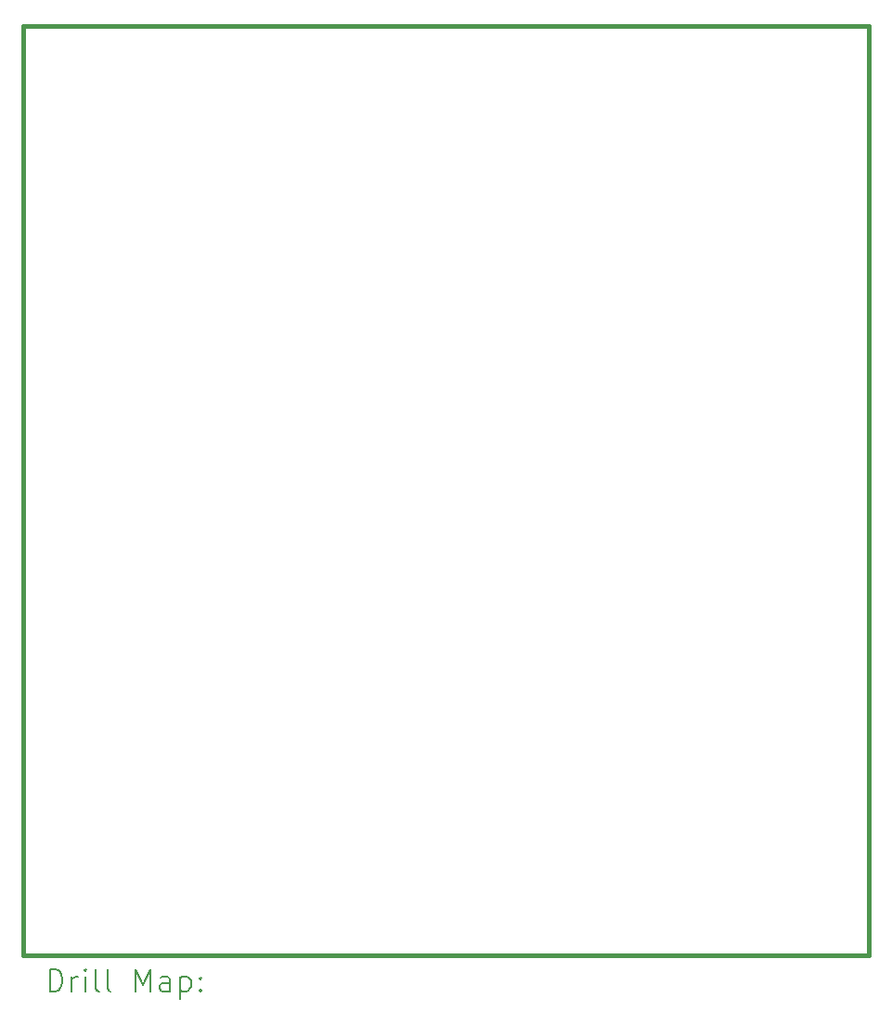
<source format=gbr>
%TF.GenerationSoftware,KiCad,Pcbnew,9.0.0*%
%TF.CreationDate,2025-04-11T21:54:36+02:00*%
%TF.ProjectId,eConBadge,65436f6e-4261-4646-9765-2e6b69636164,rev?*%
%TF.SameCoordinates,Original*%
%TF.FileFunction,Drillmap*%
%TF.FilePolarity,Positive*%
%FSLAX45Y45*%
G04 Gerber Fmt 4.5, Leading zero omitted, Abs format (unit mm)*
G04 Created by KiCad (PCBNEW 9.0.0) date 2025-04-11 21:54:36*
%MOMM*%
%LPD*%
G01*
G04 APERTURE LIST*
%ADD10C,0.400000*%
%ADD11C,0.200000*%
G04 APERTURE END LIST*
D10*
X12140000Y-1460000D02*
X19850000Y-1460000D01*
X19850000Y-9930000D01*
X12140000Y-9930000D01*
X12140000Y-1460000D01*
D11*
X12380777Y-10261484D02*
X12380777Y-10061484D01*
X12380777Y-10061484D02*
X12428396Y-10061484D01*
X12428396Y-10061484D02*
X12456967Y-10071008D01*
X12456967Y-10071008D02*
X12476015Y-10090055D01*
X12476015Y-10090055D02*
X12485539Y-10109103D01*
X12485539Y-10109103D02*
X12495062Y-10147198D01*
X12495062Y-10147198D02*
X12495062Y-10175770D01*
X12495062Y-10175770D02*
X12485539Y-10213865D01*
X12485539Y-10213865D02*
X12476015Y-10232912D01*
X12476015Y-10232912D02*
X12456967Y-10251960D01*
X12456967Y-10251960D02*
X12428396Y-10261484D01*
X12428396Y-10261484D02*
X12380777Y-10261484D01*
X12580777Y-10261484D02*
X12580777Y-10128150D01*
X12580777Y-10166246D02*
X12590301Y-10147198D01*
X12590301Y-10147198D02*
X12599824Y-10137674D01*
X12599824Y-10137674D02*
X12618872Y-10128150D01*
X12618872Y-10128150D02*
X12637920Y-10128150D01*
X12704586Y-10261484D02*
X12704586Y-10128150D01*
X12704586Y-10061484D02*
X12695062Y-10071008D01*
X12695062Y-10071008D02*
X12704586Y-10080531D01*
X12704586Y-10080531D02*
X12714110Y-10071008D01*
X12714110Y-10071008D02*
X12704586Y-10061484D01*
X12704586Y-10061484D02*
X12704586Y-10080531D01*
X12828396Y-10261484D02*
X12809348Y-10251960D01*
X12809348Y-10251960D02*
X12799824Y-10232912D01*
X12799824Y-10232912D02*
X12799824Y-10061484D01*
X12933158Y-10261484D02*
X12914110Y-10251960D01*
X12914110Y-10251960D02*
X12904586Y-10232912D01*
X12904586Y-10232912D02*
X12904586Y-10061484D01*
X13161729Y-10261484D02*
X13161729Y-10061484D01*
X13161729Y-10061484D02*
X13228396Y-10204341D01*
X13228396Y-10204341D02*
X13295062Y-10061484D01*
X13295062Y-10061484D02*
X13295062Y-10261484D01*
X13476015Y-10261484D02*
X13476015Y-10156722D01*
X13476015Y-10156722D02*
X13466491Y-10137674D01*
X13466491Y-10137674D02*
X13447443Y-10128150D01*
X13447443Y-10128150D02*
X13409348Y-10128150D01*
X13409348Y-10128150D02*
X13390301Y-10137674D01*
X13476015Y-10251960D02*
X13456967Y-10261484D01*
X13456967Y-10261484D02*
X13409348Y-10261484D01*
X13409348Y-10261484D02*
X13390301Y-10251960D01*
X13390301Y-10251960D02*
X13380777Y-10232912D01*
X13380777Y-10232912D02*
X13380777Y-10213865D01*
X13380777Y-10213865D02*
X13390301Y-10194817D01*
X13390301Y-10194817D02*
X13409348Y-10185293D01*
X13409348Y-10185293D02*
X13456967Y-10185293D01*
X13456967Y-10185293D02*
X13476015Y-10175770D01*
X13571253Y-10128150D02*
X13571253Y-10328150D01*
X13571253Y-10137674D02*
X13590301Y-10128150D01*
X13590301Y-10128150D02*
X13628396Y-10128150D01*
X13628396Y-10128150D02*
X13647443Y-10137674D01*
X13647443Y-10137674D02*
X13656967Y-10147198D01*
X13656967Y-10147198D02*
X13666491Y-10166246D01*
X13666491Y-10166246D02*
X13666491Y-10223389D01*
X13666491Y-10223389D02*
X13656967Y-10242436D01*
X13656967Y-10242436D02*
X13647443Y-10251960D01*
X13647443Y-10251960D02*
X13628396Y-10261484D01*
X13628396Y-10261484D02*
X13590301Y-10261484D01*
X13590301Y-10261484D02*
X13571253Y-10251960D01*
X13752205Y-10242436D02*
X13761729Y-10251960D01*
X13761729Y-10251960D02*
X13752205Y-10261484D01*
X13752205Y-10261484D02*
X13742682Y-10251960D01*
X13742682Y-10251960D02*
X13752205Y-10242436D01*
X13752205Y-10242436D02*
X13752205Y-10261484D01*
X13752205Y-10137674D02*
X13761729Y-10147198D01*
X13761729Y-10147198D02*
X13752205Y-10156722D01*
X13752205Y-10156722D02*
X13742682Y-10147198D01*
X13742682Y-10147198D02*
X13752205Y-10137674D01*
X13752205Y-10137674D02*
X13752205Y-10156722D01*
M02*

</source>
